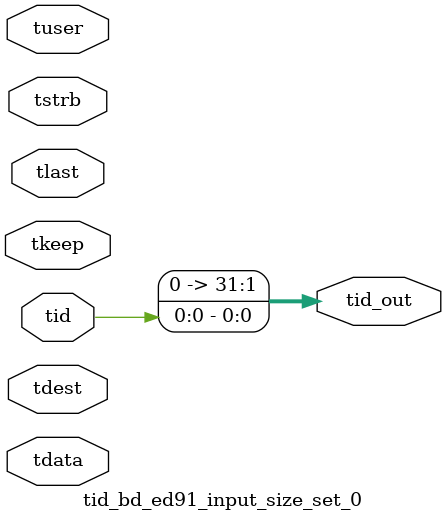
<source format=v>


`timescale 1ps/1ps

module tid_bd_ed91_input_size_set_0 #
(
parameter C_S_AXIS_TID_WIDTH   = 1,
parameter C_S_AXIS_TUSER_WIDTH = 0,
parameter C_S_AXIS_TDATA_WIDTH = 0,
parameter C_S_AXIS_TDEST_WIDTH = 0,
parameter C_M_AXIS_TID_WIDTH   = 32
)
(
input  [(C_S_AXIS_TID_WIDTH   == 0 ? 1 : C_S_AXIS_TID_WIDTH)-1:0       ] tid,
input  [(C_S_AXIS_TDATA_WIDTH == 0 ? 1 : C_S_AXIS_TDATA_WIDTH)-1:0     ] tdata,
input  [(C_S_AXIS_TUSER_WIDTH == 0 ? 1 : C_S_AXIS_TUSER_WIDTH)-1:0     ] tuser,
input  [(C_S_AXIS_TDEST_WIDTH == 0 ? 1 : C_S_AXIS_TDEST_WIDTH)-1:0     ] tdest,
input  [(C_S_AXIS_TDATA_WIDTH/8)-1:0 ] tkeep,
input  [(C_S_AXIS_TDATA_WIDTH/8)-1:0 ] tstrb,
input                                                                    tlast,
output [(C_M_AXIS_TID_WIDTH   == 0 ? 1 : C_M_AXIS_TID_WIDTH)-1:0       ] tid_out
);

assign tid_out = {tid[0:0]};

endmodule


</source>
